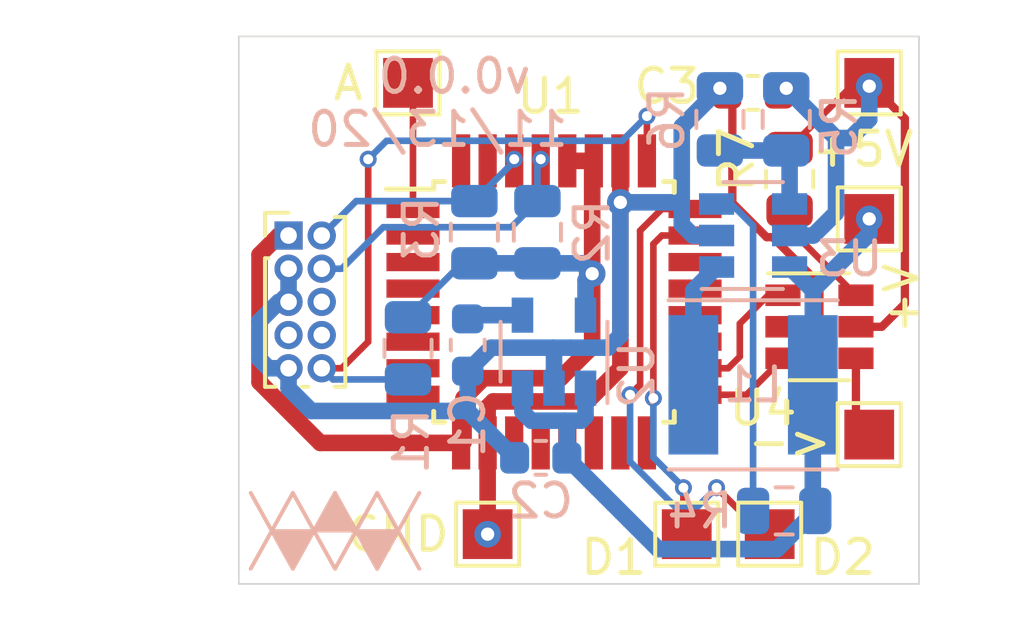
<source format=kicad_pcb>
(kicad_pcb (version 20171130) (host pcbnew "(5.1.6)-1")

  (general
    (thickness 1.6)
    (drawings 13)
    (tracks 176)
    (zones 0)
    (modules 24)
    (nets 19)
  )

  (page A4)
  (layers
    (0 F.Cu signal)
    (31 B.Cu signal)
    (32 B.Adhes user)
    (33 F.Adhes user)
    (34 B.Paste user)
    (35 F.Paste user)
    (36 B.SilkS user)
    (37 F.SilkS user)
    (38 B.Mask user)
    (39 F.Mask user)
    (40 Dwgs.User user)
    (41 Cmts.User user)
    (42 Eco1.User user)
    (43 Eco2.User user)
    (44 Edge.Cuts user)
    (45 Margin user)
    (46 B.CrtYd user)
    (47 F.CrtYd user)
    (48 B.Fab user)
    (49 F.Fab user)
  )

  (setup
    (last_trace_width 0.2)
    (user_trace_width 0.2)
    (user_trace_width 0.5)
    (trace_clearance 0.2)
    (zone_clearance 0.508)
    (zone_45_only no)
    (trace_min 0.2)
    (via_size 0.8)
    (via_drill 0.4)
    (via_min_size 0.4)
    (via_min_drill 0.3)
    (user_via 0.51 0.3)
    (uvia_size 0.3)
    (uvia_drill 0.1)
    (uvias_allowed no)
    (uvia_min_size 0.2)
    (uvia_min_drill 0.1)
    (edge_width 0.05)
    (segment_width 0.2)
    (pcb_text_width 0.3)
    (pcb_text_size 1.5 1.5)
    (mod_edge_width 0.12)
    (mod_text_size 1 1)
    (mod_text_width 0.15)
    (pad_size 1.524 1.524)
    (pad_drill 0.762)
    (pad_to_mask_clearance 0.05)
    (aux_axis_origin 0 0)
    (visible_elements 7FFFFFFF)
    (pcbplotparams
      (layerselection 0x010fc_ffffffff)
      (usegerberextensions false)
      (usegerberattributes true)
      (usegerberadvancedattributes true)
      (creategerberjobfile true)
      (excludeedgelayer true)
      (linewidth 0.100000)
      (plotframeref false)
      (viasonmask false)
      (mode 1)
      (useauxorigin false)
      (hpglpennumber 1)
      (hpglpenspeed 20)
      (hpglpendiameter 15.000000)
      (psnegative false)
      (psa4output false)
      (plotreference true)
      (plotvalue true)
      (plotinvisibletext false)
      (padsonsilk false)
      (subtractmaskfromsilk false)
      (outputformat 1)
      (mirror false)
      (drillshape 1)
      (scaleselection 1)
      (outputdirectory ""))
  )

  (net 0 "")
  (net 1 GND)
  (net 2 "Net-(C1-Pad1)")
  (net 3 +V)
  (net 4 DOUT)
  (net 5 RESET)
  (net 6 SWCLK)
  (net 7 SWDIO)
  (net 8 +3.3V)
  (net 9 D1)
  (net 10 D2)
  (net 11 A1)
  (net 12 +5V)
  (net 13 "Net-(L1-Pad2)")
  (net 14 "Net-(R4-Pad2)")
  (net 15 "Net-(R5-Pad2)")
  (net 16 "Net-(R7-Pad2)")
  (net 17 SCK)
  (net 18 MOSI)

  (net_class Default "This is the default net class."
    (clearance 0.2)
    (trace_width 0.25)
    (via_dia 0.8)
    (via_drill 0.4)
    (uvia_dia 0.3)
    (uvia_drill 0.1)
    (add_net +3.3V)
    (add_net +5V)
    (add_net +V)
    (add_net A1)
    (add_net D1)
    (add_net D2)
    (add_net DOUT)
    (add_net GND)
    (add_net MOSI)
    (add_net "Net-(C1-Pad1)")
    (add_net "Net-(L1-Pad2)")
    (add_net "Net-(R4-Pad2)")
    (add_net "Net-(R5-Pad2)")
    (add_net "Net-(R7-Pad2)")
    (add_net RESET)
    (add_net SCK)
    (add_net SWCLK)
    (add_net SWDIO)
  )

  (module Symbol:Logo_WM (layer B.Cu) (tedit 5EA02B73) (tstamp 5FAF5983)
    (at 132.9 101.9 180)
    (fp_text reference REF** (at 0 2.286 180) (layer B.SilkS) hide
      (effects (font (size 1 1) (thickness 0.15)) (justify mirror))
    )
    (fp_text value Logo_WM (at 0 -2.032 180) (layer B.Fab)
      (effects (font (size 1 1) (thickness 0.15)) (justify mirror))
    )
    (fp_line (start 0 1.143) (end -0.635 0) (layer B.SilkS) (width 0.12))
    (fp_line (start -0.635 0) (end 0 -1.143) (layer B.SilkS) (width 0.12))
    (fp_line (start 0 -1.143) (end 0.635 0) (layer B.SilkS) (width 0.12))
    (fp_line (start 0.635 0) (end 0 1.143) (layer B.SilkS) (width 0.12))
    (fp_line (start 1.905 0) (end 1.27 1.143) (layer B.SilkS) (width 0.12))
    (fp_line (start 1.27 -1.143) (end 1.905 0) (layer B.SilkS) (width 0.12))
    (fp_line (start 0.635 0) (end 1.27 -1.143) (layer B.SilkS) (width 0.12))
    (fp_line (start 1.27 1.143) (end 0.635 0) (layer B.SilkS) (width 0.12))
    (fp_line (start -1.27 -1.143) (end -0.635 0) (layer B.SilkS) (width 0.12))
    (fp_line (start -1.27 1.143) (end -1.905 0) (layer B.SilkS) (width 0.12))
    (fp_line (start -1.905 0) (end -1.27 -1.143) (layer B.SilkS) (width 0.12))
    (fp_line (start -0.635 0) (end -1.27 1.143) (layer B.SilkS) (width 0.12))
    (fp_line (start -1.905 0) (end -2.54 1.143) (layer B.SilkS) (width 0.12))
    (fp_line (start -2.54 -1.143) (end -1.905 0) (layer B.SilkS) (width 0.12))
    (fp_line (start 2.54 1.143) (end 1.905 0) (layer B.SilkS) (width 0.12))
    (fp_line (start 1.905 0) (end 2.54 -1.143) (layer B.SilkS) (width 0.12))
    (fp_poly (pts (xy -1.905 0) (xy -0.635 0) (xy -1.27 -1.143)) (layer B.SilkS) (width 0.1))
    (fp_poly (pts (xy -0.635 0) (xy 0.635 0) (xy 0 1.143)) (layer B.SilkS) (width 0.1))
    (fp_poly (pts (xy 0.635 0) (xy 1.905 0) (xy 1.27 -1.143)) (layer B.SilkS) (width 0.1))
  )

  (module Package_TO_SOT_SMD:SOT-23-6 (layer F.Cu) (tedit 5A02FF57) (tstamp 5FAF46D2)
    (at 147.5 95.75)
    (descr "6-pin SOT-23 package")
    (tags SOT-23-6)
    (path /5FB0901B)
    (attr smd)
    (fp_text reference U4 (at -1.7 2.45) (layer F.SilkS)
      (effects (font (size 1 1) (thickness 0.15)))
    )
    (fp_text value ATtiny10-TS (at 0 2.9) (layer F.Fab)
      (effects (font (size 1 1) (thickness 0.15)))
    )
    (fp_line (start 0.9 -1.55) (end 0.9 1.55) (layer F.Fab) (width 0.1))
    (fp_line (start 0.9 1.55) (end -0.9 1.55) (layer F.Fab) (width 0.1))
    (fp_line (start -0.9 -0.9) (end -0.9 1.55) (layer F.Fab) (width 0.1))
    (fp_line (start 0.9 -1.55) (end -0.25 -1.55) (layer F.Fab) (width 0.1))
    (fp_line (start -0.9 -0.9) (end -0.25 -1.55) (layer F.Fab) (width 0.1))
    (fp_line (start -1.9 -1.8) (end -1.9 1.8) (layer F.CrtYd) (width 0.05))
    (fp_line (start -1.9 1.8) (end 1.9 1.8) (layer F.CrtYd) (width 0.05))
    (fp_line (start 1.9 1.8) (end 1.9 -1.8) (layer F.CrtYd) (width 0.05))
    (fp_line (start 1.9 -1.8) (end -1.9 -1.8) (layer F.CrtYd) (width 0.05))
    (fp_line (start 0.9 -1.61) (end -1.55 -1.61) (layer F.SilkS) (width 0.12))
    (fp_line (start -0.9 1.61) (end 0.9 1.61) (layer F.SilkS) (width 0.12))
    (fp_text user %R (at 0 0 90) (layer F.Fab)
      (effects (font (size 0.5 0.5) (thickness 0.075)))
    )
    (pad 5 smd rect (at 1.1 0) (size 1.06 0.65) (layers F.Cu F.Paste F.Mask)
      (net 12 +5V))
    (pad 6 smd rect (at 1.1 -0.95) (size 1.06 0.65) (layers F.Cu F.Paste F.Mask)
      (net 16 "Net-(R7-Pad2)"))
    (pad 4 smd rect (at 1.1 0.95) (size 1.06 0.65) (layers F.Cu F.Paste F.Mask)
      (net 4 DOUT))
    (pad 3 smd rect (at -1.1 0.95) (size 1.06 0.65) (layers F.Cu F.Paste F.Mask)
      (net 18 MOSI))
    (pad 2 smd rect (at -1.1 0) (size 1.06 0.65) (layers F.Cu F.Paste F.Mask)
      (net 1 GND))
    (pad 1 smd rect (at -1.1 -0.95) (size 1.06 0.65) (layers F.Cu F.Paste F.Mask)
      (net 17 SCK))
    (model ${KISYS3DMOD}/Package_TO_SOT_SMD.3dshapes/SOT-23-6.wrl
      (at (xyz 0 0 0))
      (scale (xyz 1 1 1))
      (rotate (xyz 0 0 0))
    )
  )

  (module Resistor_SMD:R_0805_2012Metric (layer F.Cu) (tedit 5B36C52B) (tstamp 5FAF45FE)
    (at 146.6 91.3 270)
    (descr "Resistor SMD 0805 (2012 Metric), square (rectangular) end terminal, IPC_7351 nominal, (Body size source: https://docs.google.com/spreadsheets/d/1BsfQQcO9C6DZCsRaXUlFlo91Tg2WpOkGARC1WS5S8t0/edit?usp=sharing), generated with kicad-footprint-generator")
    (tags resistor)
    (path /5FB0D6BE)
    (attr smd)
    (fp_text reference R7 (at -0.6 1.6 270) (layer F.SilkS)
      (effects (font (size 1 1) (thickness 0.15)))
    )
    (fp_text value 10kR (at 0 1.65 270) (layer F.Fab)
      (effects (font (size 1 1) (thickness 0.15)))
    )
    (fp_line (start 1.68 0.95) (end -1.68 0.95) (layer F.CrtYd) (width 0.05))
    (fp_line (start 1.68 -0.95) (end 1.68 0.95) (layer F.CrtYd) (width 0.05))
    (fp_line (start -1.68 -0.95) (end 1.68 -0.95) (layer F.CrtYd) (width 0.05))
    (fp_line (start -1.68 0.95) (end -1.68 -0.95) (layer F.CrtYd) (width 0.05))
    (fp_line (start -0.258578 0.71) (end 0.258578 0.71) (layer F.SilkS) (width 0.12))
    (fp_line (start -0.258578 -0.71) (end 0.258578 -0.71) (layer F.SilkS) (width 0.12))
    (fp_line (start 1 0.6) (end -1 0.6) (layer F.Fab) (width 0.1))
    (fp_line (start 1 -0.6) (end 1 0.6) (layer F.Fab) (width 0.1))
    (fp_line (start -1 -0.6) (end 1 -0.6) (layer F.Fab) (width 0.1))
    (fp_line (start -1 0.6) (end -1 -0.6) (layer F.Fab) (width 0.1))
    (fp_text user %R (at 0 0 270) (layer F.Fab)
      (effects (font (size 0.5 0.5) (thickness 0.08)))
    )
    (pad 2 smd roundrect (at 0.9375 0 270) (size 0.975 1.4) (layers F.Cu F.Paste F.Mask) (roundrect_rratio 0.25)
      (net 16 "Net-(R7-Pad2)"))
    (pad 1 smd roundrect (at -0.9375 0 270) (size 0.975 1.4) (layers F.Cu F.Paste F.Mask) (roundrect_rratio 0.25)
      (net 12 +5V))
    (model ${KISYS3DMOD}/Resistor_SMD.3dshapes/R_0805_2012Metric.wrl
      (at (xyz 0 0 0))
      (scale (xyz 1 1 1))
      (rotate (xyz 0 0 0))
    )
  )

  (module Resistor_SMD:R_0805_2012Metric (layer B.Cu) (tedit 5B36C52B) (tstamp 5FAC523D)
    (at 146.4375 101.3 180)
    (descr "Resistor SMD 0805 (2012 Metric), square (rectangular) end terminal, IPC_7351 nominal, (Body size source: https://docs.google.com/spreadsheets/d/1BsfQQcO9C6DZCsRaXUlFlo91Tg2WpOkGARC1WS5S8t0/edit?usp=sharing), generated with kicad-footprint-generator")
    (tags resistor)
    (path /5FAC3AAB)
    (attr smd)
    (fp_text reference R4 (at 2.5375 0) (layer B.SilkS)
      (effects (font (size 1 1) (thickness 0.15)) (justify mirror))
    )
    (fp_text value 10kR (at 0 -1.65) (layer B.Fab)
      (effects (font (size 1 1) (thickness 0.15)) (justify mirror))
    )
    (fp_line (start 1.68 -0.95) (end -1.68 -0.95) (layer B.CrtYd) (width 0.05))
    (fp_line (start 1.68 0.95) (end 1.68 -0.95) (layer B.CrtYd) (width 0.05))
    (fp_line (start -1.68 0.95) (end 1.68 0.95) (layer B.CrtYd) (width 0.05))
    (fp_line (start -1.68 -0.95) (end -1.68 0.95) (layer B.CrtYd) (width 0.05))
    (fp_line (start -0.258578 -0.71) (end 0.258578 -0.71) (layer B.SilkS) (width 0.12))
    (fp_line (start -0.258578 0.71) (end 0.258578 0.71) (layer B.SilkS) (width 0.12))
    (fp_line (start 1 -0.6) (end -1 -0.6) (layer B.Fab) (width 0.1))
    (fp_line (start 1 0.6) (end 1 -0.6) (layer B.Fab) (width 0.1))
    (fp_line (start -1 0.6) (end 1 0.6) (layer B.Fab) (width 0.1))
    (fp_line (start -1 -0.6) (end -1 0.6) (layer B.Fab) (width 0.1))
    (fp_text user %R (at 0 0) (layer B.Fab)
      (effects (font (size 0.5 0.5) (thickness 0.08)) (justify mirror))
    )
    (pad 2 smd roundrect (at 0.9375 0 180) (size 0.975 1.4) (layers B.Cu B.Paste B.Mask) (roundrect_rratio 0.25)
      (net 14 "Net-(R4-Pad2)"))
    (pad 1 smd roundrect (at -0.9375 0 180) (size 0.975 1.4) (layers B.Cu B.Paste B.Mask) (roundrect_rratio 0.25)
      (net 3 +V))
    (model ${KISYS3DMOD}/Resistor_SMD.3dshapes/R_0805_2012Metric.wrl
      (at (xyz 0 0 0))
      (scale (xyz 1 1 1))
      (rotate (xyz 0 0 0))
    )
  )

  (module Package_TO_SOT_SMD:SOT-23-6 (layer B.Cu) (tedit 5A02FF57) (tstamp 5FAC52C1)
    (at 145.5 93)
    (descr "6-pin SOT-23 package")
    (tags SOT-23-6)
    (path /5FAC22FB)
    (attr smd)
    (fp_text reference U3 (at 2.9 0.7) (layer B.SilkS)
      (effects (font (size 1 1) (thickness 0.15)) (justify mirror))
    )
    (fp_text value MCP1640CH (at 0 -2.9) (layer B.Fab)
      (effects (font (size 1 1) (thickness 0.15)) (justify mirror))
    )
    (fp_line (start 0.9 1.55) (end 0.9 -1.55) (layer B.Fab) (width 0.1))
    (fp_line (start 0.9 -1.55) (end -0.9 -1.55) (layer B.Fab) (width 0.1))
    (fp_line (start -0.9 0.9) (end -0.9 -1.55) (layer B.Fab) (width 0.1))
    (fp_line (start 0.9 1.55) (end -0.25 1.55) (layer B.Fab) (width 0.1))
    (fp_line (start -0.9 0.9) (end -0.25 1.55) (layer B.Fab) (width 0.1))
    (fp_line (start -1.9 1.8) (end -1.9 -1.8) (layer B.CrtYd) (width 0.05))
    (fp_line (start -1.9 -1.8) (end 1.9 -1.8) (layer B.CrtYd) (width 0.05))
    (fp_line (start 1.9 -1.8) (end 1.9 1.8) (layer B.CrtYd) (width 0.05))
    (fp_line (start 1.9 1.8) (end -1.9 1.8) (layer B.CrtYd) (width 0.05))
    (fp_line (start 0.9 1.61) (end -1.55 1.61) (layer B.SilkS) (width 0.12))
    (fp_line (start -0.9 -1.61) (end 0.9 -1.61) (layer B.SilkS) (width 0.12))
    (fp_text user %R (at 0 0 270) (layer B.Fab)
      (effects (font (size 0.5 0.5) (thickness 0.075)) (justify mirror))
    )
    (pad 5 smd rect (at 1.1 0) (size 1.06 0.65) (layers B.Cu B.Paste B.Mask)
      (net 12 +5V))
    (pad 6 smd rect (at 1.1 0.95) (size 1.06 0.65) (layers B.Cu B.Paste B.Mask)
      (net 3 +V))
    (pad 4 smd rect (at 1.1 -0.95) (size 1.06 0.65) (layers B.Cu B.Paste B.Mask)
      (net 15 "Net-(R5-Pad2)"))
    (pad 3 smd rect (at -1.1 -0.95) (size 1.06 0.65) (layers B.Cu B.Paste B.Mask)
      (net 14 "Net-(R4-Pad2)"))
    (pad 2 smd rect (at -1.1 0) (size 1.06 0.65) (layers B.Cu B.Paste B.Mask)
      (net 1 GND))
    (pad 1 smd rect (at -1.1 0.95) (size 1.06 0.65) (layers B.Cu B.Paste B.Mask)
      (net 13 "Net-(L1-Pad2)"))
    (model ${KISYS3DMOD}/Package_TO_SOT_SMD.3dshapes/SOT-23-6.wrl
      (at (xyz 0 0 0))
      (scale (xyz 1 1 1))
      (rotate (xyz 0 0 0))
    )
  )

  (module Package_TO_SOT_SMD:SOT-23-5 (layer B.Cu) (tedit 5A02FF57) (tstamp 5FAC52AB)
    (at 139.5 96.5 90)
    (descr "5-pin SOT23 package")
    (tags SOT-23-5)
    (path /5FAC66A7)
    (attr smd)
    (fp_text reference U2 (at -0.7 2.5 90) (layer B.SilkS)
      (effects (font (size 1 1) (thickness 0.15)) (justify mirror))
    )
    (fp_text value TC2014-3.3VxCTTR (at 0 -2.9 90) (layer B.Fab)
      (effects (font (size 1 1) (thickness 0.15)) (justify mirror))
    )
    (fp_line (start 0.9 1.55) (end 0.9 -1.55) (layer B.Fab) (width 0.1))
    (fp_line (start 0.9 -1.55) (end -0.9 -1.55) (layer B.Fab) (width 0.1))
    (fp_line (start -0.9 0.9) (end -0.9 -1.55) (layer B.Fab) (width 0.1))
    (fp_line (start 0.9 1.55) (end -0.25 1.55) (layer B.Fab) (width 0.1))
    (fp_line (start -0.9 0.9) (end -0.25 1.55) (layer B.Fab) (width 0.1))
    (fp_line (start -1.9 -1.8) (end -1.9 1.8) (layer B.CrtYd) (width 0.05))
    (fp_line (start 1.9 -1.8) (end -1.9 -1.8) (layer B.CrtYd) (width 0.05))
    (fp_line (start 1.9 1.8) (end 1.9 -1.8) (layer B.CrtYd) (width 0.05))
    (fp_line (start -1.9 1.8) (end 1.9 1.8) (layer B.CrtYd) (width 0.05))
    (fp_line (start 0.9 1.61) (end -1.55 1.61) (layer B.SilkS) (width 0.12))
    (fp_line (start -0.9 -1.61) (end 0.9 -1.61) (layer B.SilkS) (width 0.12))
    (fp_text user %R (at 0 0 180) (layer B.Fab)
      (effects (font (size 0.5 0.5) (thickness 0.075)) (justify mirror))
    )
    (pad 5 smd rect (at 1.1 0.95 90) (size 1.06 0.65) (layers B.Cu B.Paste B.Mask)
      (net 8 +3.3V))
    (pad 4 smd rect (at 1.1 -0.95 90) (size 1.06 0.65) (layers B.Cu B.Paste B.Mask)
      (net 2 "Net-(C1-Pad1)"))
    (pad 3 smd rect (at -1.1 -0.95 90) (size 1.06 0.65) (layers B.Cu B.Paste B.Mask)
      (net 3 +V))
    (pad 2 smd rect (at -1.1 0 90) (size 1.06 0.65) (layers B.Cu B.Paste B.Mask)
      (net 1 GND))
    (pad 1 smd rect (at -1.1 0.95 90) (size 1.06 0.65) (layers B.Cu B.Paste B.Mask)
      (net 3 +V))
    (model ${KISYS3DMOD}/Package_TO_SOT_SMD.3dshapes/SOT-23-5.wrl
      (at (xyz 0 0 0))
      (scale (xyz 1 1 1))
      (rotate (xyz 0 0 0))
    )
  )

  (module Package_QFP:TQFP-32_7x7mm_P0.8mm (layer F.Cu) (tedit 5A02F146) (tstamp 5FAC5296)
    (at 139.5 95)
    (descr "32-Lead Plastic Thin Quad Flatpack (PT) - 7x7x1.0 mm Body, 2.00 mm [TQFP] (see Microchip Packaging Specification 00000049BS.pdf)")
    (tags "QFP 0.8")
    (path /5FAB5DC7)
    (attr smd)
    (fp_text reference U1 (at -0.1 -6.2) (layer F.SilkS)
      (effects (font (size 1 1) (thickness 0.15)))
    )
    (fp_text value ATSAMD21E15L-A (at 0 6.05) (layer F.Fab)
      (effects (font (size 1 1) (thickness 0.15)))
    )
    (fp_line (start -3.625 -3.4) (end -5.05 -3.4) (layer F.SilkS) (width 0.15))
    (fp_line (start 3.625 -3.625) (end 3.3 -3.625) (layer F.SilkS) (width 0.15))
    (fp_line (start 3.625 3.625) (end 3.3 3.625) (layer F.SilkS) (width 0.15))
    (fp_line (start -3.625 3.625) (end -3.3 3.625) (layer F.SilkS) (width 0.15))
    (fp_line (start -3.625 -3.625) (end -3.3 -3.625) (layer F.SilkS) (width 0.15))
    (fp_line (start -3.625 3.625) (end -3.625 3.3) (layer F.SilkS) (width 0.15))
    (fp_line (start 3.625 3.625) (end 3.625 3.3) (layer F.SilkS) (width 0.15))
    (fp_line (start 3.625 -3.625) (end 3.625 -3.3) (layer F.SilkS) (width 0.15))
    (fp_line (start -3.625 -3.625) (end -3.625 -3.4) (layer F.SilkS) (width 0.15))
    (fp_line (start -5.3 5.3) (end 5.3 5.3) (layer F.CrtYd) (width 0.05))
    (fp_line (start -5.3 -5.3) (end 5.3 -5.3) (layer F.CrtYd) (width 0.05))
    (fp_line (start 5.3 -5.3) (end 5.3 5.3) (layer F.CrtYd) (width 0.05))
    (fp_line (start -5.3 -5.3) (end -5.3 5.3) (layer F.CrtYd) (width 0.05))
    (fp_line (start -3.5 -2.5) (end -2.5 -3.5) (layer F.Fab) (width 0.15))
    (fp_line (start -3.5 3.5) (end -3.5 -2.5) (layer F.Fab) (width 0.15))
    (fp_line (start 3.5 3.5) (end -3.5 3.5) (layer F.Fab) (width 0.15))
    (fp_line (start 3.5 -3.5) (end 3.5 3.5) (layer F.Fab) (width 0.15))
    (fp_line (start -2.5 -3.5) (end 3.5 -3.5) (layer F.Fab) (width 0.15))
    (fp_text user %R (at 0 0) (layer F.Fab)
      (effects (font (size 1 1) (thickness 0.15)))
    )
    (pad 32 smd rect (at -2.8 -4.25 90) (size 1.6 0.55) (layers F.Cu F.Paste F.Mask))
    (pad 31 smd rect (at -2 -4.25 90) (size 1.6 0.55) (layers F.Cu F.Paste F.Mask))
    (pad 30 smd rect (at -1.2 -4.25 90) (size 1.6 0.55) (layers F.Cu F.Paste F.Mask)
      (net 7 SWDIO))
    (pad 29 smd rect (at -0.4 -4.25 90) (size 1.6 0.55) (layers F.Cu F.Paste F.Mask)
      (net 6 SWCLK))
    (pad 28 smd rect (at 0.4 -4.25 90) (size 1.6 0.55) (layers F.Cu F.Paste F.Mask)
      (net 8 +3.3V))
    (pad 27 smd rect (at 1.2 -4.25 90) (size 1.6 0.55) (layers F.Cu F.Paste F.Mask)
      (net 8 +3.3V))
    (pad 26 smd rect (at 2 -4.25 90) (size 1.6 0.55) (layers F.Cu F.Paste F.Mask)
      (net 1 GND))
    (pad 25 smd rect (at 2.8 -4.25 90) (size 1.6 0.55) (layers F.Cu F.Paste F.Mask)
      (net 5 RESET))
    (pad 24 smd rect (at 4.25 -2.8) (size 1.6 0.55) (layers F.Cu F.Paste F.Mask)
      (net 9 D1))
    (pad 23 smd rect (at 4.25 -2) (size 1.6 0.55) (layers F.Cu F.Paste F.Mask)
      (net 10 D2))
    (pad 22 smd rect (at 4.25 -1.2) (size 1.6 0.55) (layers F.Cu F.Paste F.Mask))
    (pad 21 smd rect (at 4.25 -0.4) (size 1.6 0.55) (layers F.Cu F.Paste F.Mask))
    (pad 20 smd rect (at 4.25 0.4) (size 1.6 0.55) (layers F.Cu F.Paste F.Mask))
    (pad 19 smd rect (at 4.25 1.2) (size 1.6 0.55) (layers F.Cu F.Paste F.Mask))
    (pad 18 smd rect (at 4.25 2) (size 1.6 0.55) (layers F.Cu F.Paste F.Mask)
      (net 17 SCK))
    (pad 17 smd rect (at 4.25 2.8) (size 1.6 0.55) (layers F.Cu F.Paste F.Mask)
      (net 18 MOSI))
    (pad 16 smd rect (at 2.8 4.25 90) (size 1.6 0.55) (layers F.Cu F.Paste F.Mask))
    (pad 15 smd rect (at 2 4.25 90) (size 1.6 0.55) (layers F.Cu F.Paste F.Mask))
    (pad 14 smd rect (at 1.2 4.25 90) (size 1.6 0.55) (layers F.Cu F.Paste F.Mask))
    (pad 13 smd rect (at 0.4 4.25 90) (size 1.6 0.55) (layers F.Cu F.Paste F.Mask))
    (pad 12 smd rect (at -0.4 4.25 90) (size 1.6 0.55) (layers F.Cu F.Paste F.Mask))
    (pad 11 smd rect (at -1.2 4.25 90) (size 1.6 0.55) (layers F.Cu F.Paste F.Mask))
    (pad 10 smd rect (at -2 4.25 90) (size 1.6 0.55) (layers F.Cu F.Paste F.Mask)
      (net 1 GND))
    (pad 9 smd rect (at -2.8 4.25 90) (size 1.6 0.55) (layers F.Cu F.Paste F.Mask)
      (net 8 +3.3V))
    (pad 8 smd rect (at -4.25 2.8) (size 1.6 0.55) (layers F.Cu F.Paste F.Mask))
    (pad 7 smd rect (at -4.25 2) (size 1.6 0.55) (layers F.Cu F.Paste F.Mask))
    (pad 6 smd rect (at -4.25 1.2) (size 1.6 0.55) (layers F.Cu F.Paste F.Mask))
    (pad 5 smd rect (at -4.25 0.4) (size 1.6 0.55) (layers F.Cu F.Paste F.Mask))
    (pad 4 smd rect (at -4.25 -0.4) (size 1.6 0.55) (layers F.Cu F.Paste F.Mask))
    (pad 3 smd rect (at -4.25 -1.2) (size 1.6 0.55) (layers F.Cu F.Paste F.Mask))
    (pad 2 smd rect (at -4.25 -2) (size 1.6 0.55) (layers F.Cu F.Paste F.Mask))
    (pad 1 smd rect (at -4.25 -2.8) (size 1.6 0.55) (layers F.Cu F.Paste F.Mask)
      (net 11 A1))
    (model ${KISYS3DMOD}/Package_QFP.3dshapes/TQFP-32_7x7mm_P0.8mm.wrl
      (at (xyz 0 0 0))
      (scale (xyz 1 1 1))
      (rotate (xyz 0 0 0))
    )
  )

  (module Resistor_SMD:R_0805_2012Metric (layer B.Cu) (tedit 5B36C52B) (tstamp 5FAC525F)
    (at 144.5 89.5 90)
    (descr "Resistor SMD 0805 (2012 Metric), square (rectangular) end terminal, IPC_7351 nominal, (Body size source: https://docs.google.com/spreadsheets/d/1BsfQQcO9C6DZCsRaXUlFlo91Tg2WpOkGARC1WS5S8t0/edit?usp=sharing), generated with kicad-footprint-generator")
    (tags resistor)
    (path /5FAC4AFB)
    (attr smd)
    (fp_text reference R6 (at 0 -1.6 90) (layer B.SilkS)
      (effects (font (size 1 1) (thickness 0.15)) (justify mirror))
    )
    (fp_text value 309kR (at 0 -1.65 90) (layer B.Fab)
      (effects (font (size 1 1) (thickness 0.15)) (justify mirror))
    )
    (fp_line (start 1.68 -0.95) (end -1.68 -0.95) (layer B.CrtYd) (width 0.05))
    (fp_line (start 1.68 0.95) (end 1.68 -0.95) (layer B.CrtYd) (width 0.05))
    (fp_line (start -1.68 0.95) (end 1.68 0.95) (layer B.CrtYd) (width 0.05))
    (fp_line (start -1.68 -0.95) (end -1.68 0.95) (layer B.CrtYd) (width 0.05))
    (fp_line (start -0.258578 -0.71) (end 0.258578 -0.71) (layer B.SilkS) (width 0.12))
    (fp_line (start -0.258578 0.71) (end 0.258578 0.71) (layer B.SilkS) (width 0.12))
    (fp_line (start 1 -0.6) (end -1 -0.6) (layer B.Fab) (width 0.1))
    (fp_line (start 1 0.6) (end 1 -0.6) (layer B.Fab) (width 0.1))
    (fp_line (start -1 0.6) (end 1 0.6) (layer B.Fab) (width 0.1))
    (fp_line (start -1 -0.6) (end -1 0.6) (layer B.Fab) (width 0.1))
    (fp_text user %R (at 0 0 90) (layer B.Fab)
      (effects (font (size 0.5 0.5) (thickness 0.08)) (justify mirror))
    )
    (pad 2 smd roundrect (at 0.9375 0 90) (size 0.975 1.4) (layers B.Cu B.Paste B.Mask) (roundrect_rratio 0.25)
      (net 1 GND))
    (pad 1 smd roundrect (at -0.9375 0 90) (size 0.975 1.4) (layers B.Cu B.Paste B.Mask) (roundrect_rratio 0.25)
      (net 15 "Net-(R5-Pad2)"))
    (model ${KISYS3DMOD}/Resistor_SMD.3dshapes/R_0805_2012Metric.wrl
      (at (xyz 0 0 0))
      (scale (xyz 1 1 1))
      (rotate (xyz 0 0 0))
    )
  )

  (module Resistor_SMD:R_0805_2012Metric (layer B.Cu) (tedit 5B36C52B) (tstamp 5FAC524E)
    (at 146.5 89.5 270)
    (descr "Resistor SMD 0805 (2012 Metric), square (rectangular) end terminal, IPC_7351 nominal, (Body size source: https://docs.google.com/spreadsheets/d/1BsfQQcO9C6DZCsRaXUlFlo91Tg2WpOkGARC1WS5S8t0/edit?usp=sharing), generated with kicad-footprint-generator")
    (tags resistor)
    (path /5FAC3F40)
    (attr smd)
    (fp_text reference R5 (at 0.2 -1.6 90) (layer B.SilkS)
      (effects (font (size 1 1) (thickness 0.15)) (justify mirror))
    )
    (fp_text value 976kR (at 0 -1.65 90) (layer B.Fab)
      (effects (font (size 1 1) (thickness 0.15)) (justify mirror))
    )
    (fp_line (start 1.68 -0.95) (end -1.68 -0.95) (layer B.CrtYd) (width 0.05))
    (fp_line (start 1.68 0.95) (end 1.68 -0.95) (layer B.CrtYd) (width 0.05))
    (fp_line (start -1.68 0.95) (end 1.68 0.95) (layer B.CrtYd) (width 0.05))
    (fp_line (start -1.68 -0.95) (end -1.68 0.95) (layer B.CrtYd) (width 0.05))
    (fp_line (start -0.258578 -0.71) (end 0.258578 -0.71) (layer B.SilkS) (width 0.12))
    (fp_line (start -0.258578 0.71) (end 0.258578 0.71) (layer B.SilkS) (width 0.12))
    (fp_line (start 1 -0.6) (end -1 -0.6) (layer B.Fab) (width 0.1))
    (fp_line (start 1 0.6) (end 1 -0.6) (layer B.Fab) (width 0.1))
    (fp_line (start -1 0.6) (end 1 0.6) (layer B.Fab) (width 0.1))
    (fp_line (start -1 -0.6) (end -1 0.6) (layer B.Fab) (width 0.1))
    (fp_text user %R (at 0 0 90) (layer B.Fab)
      (effects (font (size 0.5 0.5) (thickness 0.08)) (justify mirror))
    )
    (pad 2 smd roundrect (at 0.9375 0 270) (size 0.975 1.4) (layers B.Cu B.Paste B.Mask) (roundrect_rratio 0.25)
      (net 15 "Net-(R5-Pad2)"))
    (pad 1 smd roundrect (at -0.9375 0 270) (size 0.975 1.4) (layers B.Cu B.Paste B.Mask) (roundrect_rratio 0.25)
      (net 12 +5V))
    (model ${KISYS3DMOD}/Resistor_SMD.3dshapes/R_0805_2012Metric.wrl
      (at (xyz 0 0 0))
      (scale (xyz 1 1 1))
      (rotate (xyz 0 0 0))
    )
  )

  (module Resistor_SMD:R_0805_2012Metric (layer B.Cu) (tedit 5B36C52B) (tstamp 5FAC522C)
    (at 137.1 92.9 90)
    (descr "Resistor SMD 0805 (2012 Metric), square (rectangular) end terminal, IPC_7351 nominal, (Body size source: https://docs.google.com/spreadsheets/d/1BsfQQcO9C6DZCsRaXUlFlo91Tg2WpOkGARC1WS5S8t0/edit?usp=sharing), generated with kicad-footprint-generator")
    (tags resistor)
    (path /5FABD108)
    (attr smd)
    (fp_text reference R3 (at 0.1 -1.6 270) (layer B.SilkS)
      (effects (font (size 1 1) (thickness 0.15)) (justify mirror))
    )
    (fp_text value 10kR (at 0 -1.65 270) (layer B.Fab)
      (effects (font (size 1 1) (thickness 0.15)) (justify mirror))
    )
    (fp_line (start 1.68 -0.95) (end -1.68 -0.95) (layer B.CrtYd) (width 0.05))
    (fp_line (start 1.68 0.95) (end 1.68 -0.95) (layer B.CrtYd) (width 0.05))
    (fp_line (start -1.68 0.95) (end 1.68 0.95) (layer B.CrtYd) (width 0.05))
    (fp_line (start -1.68 -0.95) (end -1.68 0.95) (layer B.CrtYd) (width 0.05))
    (fp_line (start -0.258578 -0.71) (end 0.258578 -0.71) (layer B.SilkS) (width 0.12))
    (fp_line (start -0.258578 0.71) (end 0.258578 0.71) (layer B.SilkS) (width 0.12))
    (fp_line (start 1 -0.6) (end -1 -0.6) (layer B.Fab) (width 0.1))
    (fp_line (start 1 0.6) (end 1 -0.6) (layer B.Fab) (width 0.1))
    (fp_line (start -1 0.6) (end 1 0.6) (layer B.Fab) (width 0.1))
    (fp_line (start -1 -0.6) (end -1 0.6) (layer B.Fab) (width 0.1))
    (fp_text user %R (at 0 0 270) (layer B.Fab)
      (effects (font (size 0.5 0.5) (thickness 0.08)) (justify mirror))
    )
    (pad 2 smd roundrect (at 0.9375 0 90) (size 0.975 1.4) (layers B.Cu B.Paste B.Mask) (roundrect_rratio 0.25)
      (net 7 SWDIO))
    (pad 1 smd roundrect (at -0.9375 0 90) (size 0.975 1.4) (layers B.Cu B.Paste B.Mask) (roundrect_rratio 0.25)
      (net 8 +3.3V))
    (model ${KISYS3DMOD}/Resistor_SMD.3dshapes/R_0805_2012Metric.wrl
      (at (xyz 0 0 0))
      (scale (xyz 1 1 1))
      (rotate (xyz 0 0 0))
    )
  )

  (module Resistor_SMD:R_0805_2012Metric (layer B.Cu) (tedit 5B36C52B) (tstamp 5FAC521B)
    (at 139 92.9 90)
    (descr "Resistor SMD 0805 (2012 Metric), square (rectangular) end terminal, IPC_7351 nominal, (Body size source: https://docs.google.com/spreadsheets/d/1BsfQQcO9C6DZCsRaXUlFlo91Tg2WpOkGARC1WS5S8t0/edit?usp=sharing), generated with kicad-footprint-generator")
    (tags resistor)
    (path /5FABCDF8)
    (attr smd)
    (fp_text reference R2 (at 0 1.65 270) (layer B.SilkS)
      (effects (font (size 1 1) (thickness 0.15)) (justify mirror))
    )
    (fp_text value 10kR (at 0 -1.65 270) (layer B.Fab)
      (effects (font (size 1 1) (thickness 0.15)) (justify mirror))
    )
    (fp_line (start 1.68 -0.95) (end -1.68 -0.95) (layer B.CrtYd) (width 0.05))
    (fp_line (start 1.68 0.95) (end 1.68 -0.95) (layer B.CrtYd) (width 0.05))
    (fp_line (start -1.68 0.95) (end 1.68 0.95) (layer B.CrtYd) (width 0.05))
    (fp_line (start -1.68 -0.95) (end -1.68 0.95) (layer B.CrtYd) (width 0.05))
    (fp_line (start -0.258578 -0.71) (end 0.258578 -0.71) (layer B.SilkS) (width 0.12))
    (fp_line (start -0.258578 0.71) (end 0.258578 0.71) (layer B.SilkS) (width 0.12))
    (fp_line (start 1 -0.6) (end -1 -0.6) (layer B.Fab) (width 0.1))
    (fp_line (start 1 0.6) (end 1 -0.6) (layer B.Fab) (width 0.1))
    (fp_line (start -1 0.6) (end 1 0.6) (layer B.Fab) (width 0.1))
    (fp_line (start -1 -0.6) (end -1 0.6) (layer B.Fab) (width 0.1))
    (fp_text user %R (at 0 0 270) (layer B.Fab)
      (effects (font (size 0.5 0.5) (thickness 0.08)) (justify mirror))
    )
    (pad 2 smd roundrect (at 0.9375 0 90) (size 0.975 1.4) (layers B.Cu B.Paste B.Mask) (roundrect_rratio 0.25)
      (net 6 SWCLK))
    (pad 1 smd roundrect (at -0.9375 0 90) (size 0.975 1.4) (layers B.Cu B.Paste B.Mask) (roundrect_rratio 0.25)
      (net 8 +3.3V))
    (model ${KISYS3DMOD}/Resistor_SMD.3dshapes/R_0805_2012Metric.wrl
      (at (xyz 0 0 0))
      (scale (xyz 1 1 1))
      (rotate (xyz 0 0 0))
    )
  )

  (module Resistor_SMD:R_0805_2012Metric (layer B.Cu) (tedit 5B36C52B) (tstamp 5FAC520A)
    (at 135.1 96.4 270)
    (descr "Resistor SMD 0805 (2012 Metric), square (rectangular) end terminal, IPC_7351 nominal, (Body size source: https://docs.google.com/spreadsheets/d/1BsfQQcO9C6DZCsRaXUlFlo91Tg2WpOkGARC1WS5S8t0/edit?usp=sharing), generated with kicad-footprint-generator")
    (tags resistor)
    (path /5FABB084)
    (attr smd)
    (fp_text reference R1 (at 2.8 -0.1 90) (layer B.SilkS)
      (effects (font (size 1 1) (thickness 0.15)) (justify mirror))
    )
    (fp_text value 10kR (at 0 -1.65 90) (layer B.Fab)
      (effects (font (size 1 1) (thickness 0.15)) (justify mirror))
    )
    (fp_line (start 1.68 -0.95) (end -1.68 -0.95) (layer B.CrtYd) (width 0.05))
    (fp_line (start 1.68 0.95) (end 1.68 -0.95) (layer B.CrtYd) (width 0.05))
    (fp_line (start -1.68 0.95) (end 1.68 0.95) (layer B.CrtYd) (width 0.05))
    (fp_line (start -1.68 -0.95) (end -1.68 0.95) (layer B.CrtYd) (width 0.05))
    (fp_line (start -0.258578 -0.71) (end 0.258578 -0.71) (layer B.SilkS) (width 0.12))
    (fp_line (start -0.258578 0.71) (end 0.258578 0.71) (layer B.SilkS) (width 0.12))
    (fp_line (start 1 -0.6) (end -1 -0.6) (layer B.Fab) (width 0.1))
    (fp_line (start 1 0.6) (end 1 -0.6) (layer B.Fab) (width 0.1))
    (fp_line (start -1 0.6) (end 1 0.6) (layer B.Fab) (width 0.1))
    (fp_line (start -1 -0.6) (end -1 0.6) (layer B.Fab) (width 0.1))
    (fp_text user %R (at 0 0 90) (layer B.Fab)
      (effects (font (size 0.5 0.5) (thickness 0.08)) (justify mirror))
    )
    (pad 2 smd roundrect (at 0.9375 0 270) (size 0.975 1.4) (layers B.Cu B.Paste B.Mask) (roundrect_rratio 0.25)
      (net 5 RESET))
    (pad 1 smd roundrect (at -0.9375 0 270) (size 0.975 1.4) (layers B.Cu B.Paste B.Mask) (roundrect_rratio 0.25)
      (net 8 +3.3V))
    (model ${KISYS3DMOD}/Resistor_SMD.3dshapes/R_0805_2012Metric.wrl
      (at (xyz 0 0 0))
      (scale (xyz 1 1 1))
      (rotate (xyz 0 0 0))
    )
  )

  (module Inductor_SMD:L_Taiyo-Yuden_NR-50xx (layer B.Cu) (tedit 5990349D) (tstamp 5FAC51F9)
    (at 145.5 97.5 180)
    (descr "Inductor, Taiyo Yuden, NR series, Taiyo-Yuden_NR-50xx, 4.9mmx4.9mm")
    (tags "inductor taiyo-yuden nr smd")
    (path /5FAC2D7E)
    (attr smd)
    (fp_text reference L1 (at 0 0) (layer B.SilkS)
      (effects (font (size 1 1) (thickness 0.15)) (justify mirror))
    )
    (fp_text value 10uH (at 0 -3.95) (layer B.Fab)
      (effects (font (size 1 1) (thickness 0.15)) (justify mirror))
    )
    (fp_line (start 2.8 2.75) (end -2.8 2.75) (layer B.CrtYd) (width 0.05))
    (fp_line (start 2.8 -2.75) (end 2.8 2.75) (layer B.CrtYd) (width 0.05))
    (fp_line (start -2.8 -2.75) (end 2.8 -2.75) (layer B.CrtYd) (width 0.05))
    (fp_line (start -2.8 2.75) (end -2.8 -2.75) (layer B.CrtYd) (width 0.05))
    (fp_line (start -2.55 -2.55) (end 2.55 -2.55) (layer B.SilkS) (width 0.12))
    (fp_line (start -2.55 2.55) (end 2.55 2.55) (layer B.SilkS) (width 0.12))
    (fp_line (start -1.65 -2.45) (end 0 -2.45) (layer B.Fab) (width 0.1))
    (fp_line (start -2.45 -1.65) (end -1.65 -2.45) (layer B.Fab) (width 0.1))
    (fp_line (start -2.45 0) (end -2.45 -1.65) (layer B.Fab) (width 0.1))
    (fp_line (start 1.65 -2.45) (end 0 -2.45) (layer B.Fab) (width 0.1))
    (fp_line (start 2.45 -1.65) (end 1.65 -2.45) (layer B.Fab) (width 0.1))
    (fp_line (start 2.45 0) (end 2.45 -1.65) (layer B.Fab) (width 0.1))
    (fp_line (start 1.65 2.45) (end 0 2.45) (layer B.Fab) (width 0.1))
    (fp_line (start 2.45 1.65) (end 1.65 2.45) (layer B.Fab) (width 0.1))
    (fp_line (start 2.45 0) (end 2.45 1.65) (layer B.Fab) (width 0.1))
    (fp_line (start -1.65 2.45) (end 0 2.45) (layer B.Fab) (width 0.1))
    (fp_line (start -2.45 1.65) (end -1.65 2.45) (layer B.Fab) (width 0.1))
    (fp_line (start -2.45 0) (end -2.45 1.65) (layer B.Fab) (width 0.1))
    (fp_text user %R (at 0 0) (layer B.Fab)
      (effects (font (size 1 1) (thickness 0.15)) (justify mirror))
    )
    (pad 2 smd rect (at 1.8 0 180) (size 1.5 4.2) (layers B.Cu B.Paste B.Mask)
      (net 13 "Net-(L1-Pad2)"))
    (pad 1 smd rect (at -1.8 0 180) (size 1.5 4.2) (layers B.Cu B.Paste B.Mask)
      (net 3 +V))
    (model ${KISYS3DMOD}/Inductor_SMD.3dshapes/L_Taiyo-Yuden_NR-50xx.wrl
      (at (xyz 0 0 0))
      (scale (xyz 1 1 1))
      (rotate (xyz 0 0 0))
    )
  )

  (module Connector_PinHeader_1.00mm:PinHeader_2x05_P1.00mm_Vertical (layer F.Cu) (tedit 59FED738) (tstamp 5FAC51E0)
    (at 131.5 93)
    (descr "Through hole straight pin header, 2x05, 1.00mm pitch, double rows")
    (tags "Through hole pin header THT 2x05 1.00mm double row")
    (path /5FAB92E0)
    (fp_text reference J8 (at 0.5 -1.56) (layer F.SilkS) hide
      (effects (font (size 1 1) (thickness 0.15)))
    )
    (fp_text value Conn_ARM_JTAG_SWD_10 (at 0.5 5.56) (layer F.Fab)
      (effects (font (size 1 1) (thickness 0.15)))
    )
    (fp_line (start 2.15 -1) (end -1.15 -1) (layer F.CrtYd) (width 0.05))
    (fp_line (start 2.15 5) (end 2.15 -1) (layer F.CrtYd) (width 0.05))
    (fp_line (start -1.15 5) (end 2.15 5) (layer F.CrtYd) (width 0.05))
    (fp_line (start -1.15 -1) (end -1.15 5) (layer F.CrtYd) (width 0.05))
    (fp_line (start -0.71 -0.685) (end 0 -0.685) (layer F.SilkS) (width 0.12))
    (fp_line (start -0.71 0) (end -0.71 -0.685) (layer F.SilkS) (width 0.12))
    (fp_line (start 1.394493 -0.56) (end 1.71 -0.56) (layer F.SilkS) (width 0.12))
    (fp_line (start -0.71 0.685) (end -0.608276 0.685) (layer F.SilkS) (width 0.12))
    (fp_line (start 1.71 -0.56) (end 1.71 4.56) (layer F.SilkS) (width 0.12))
    (fp_line (start -0.71 0.685) (end -0.71 4.56) (layer F.SilkS) (width 0.12))
    (fp_line (start 0.394493 4.56) (end 0.605507 4.56) (layer F.SilkS) (width 0.12))
    (fp_line (start 1.394493 4.56) (end 1.71 4.56) (layer F.SilkS) (width 0.12))
    (fp_line (start -0.71 4.56) (end -0.394493 4.56) (layer F.SilkS) (width 0.12))
    (fp_line (start -0.65 0.075) (end -0.075 -0.5) (layer F.Fab) (width 0.1))
    (fp_line (start -0.65 4.5) (end -0.65 0.075) (layer F.Fab) (width 0.1))
    (fp_line (start 1.65 4.5) (end -0.65 4.5) (layer F.Fab) (width 0.1))
    (fp_line (start 1.65 -0.5) (end 1.65 4.5) (layer F.Fab) (width 0.1))
    (fp_line (start -0.075 -0.5) (end 1.65 -0.5) (layer F.Fab) (width 0.1))
    (fp_text user %R (at 0.5 2 90) (layer F.Fab)
      (effects (font (size 1 1) (thickness 0.15)))
    )
    (pad 10 thru_hole oval (at 1 4) (size 0.85 0.85) (drill 0.5) (layers *.Cu *.Mask)
      (net 5 RESET))
    (pad 9 thru_hole oval (at 0 4) (size 0.85 0.85) (drill 0.5) (layers *.Cu *.Mask)
      (net 1 GND))
    (pad 8 thru_hole oval (at 1 3) (size 0.85 0.85) (drill 0.5) (layers *.Cu *.Mask))
    (pad 7 thru_hole oval (at 0 3) (size 0.85 0.85) (drill 0.5) (layers *.Cu *.Mask))
    (pad 6 thru_hole oval (at 1 2) (size 0.85 0.85) (drill 0.5) (layers *.Cu *.Mask))
    (pad 5 thru_hole oval (at 0 2) (size 0.85 0.85) (drill 0.5) (layers *.Cu *.Mask)
      (net 1 GND))
    (pad 4 thru_hole oval (at 1 1) (size 0.85 0.85) (drill 0.5) (layers *.Cu *.Mask)
      (net 6 SWCLK))
    (pad 3 thru_hole oval (at 0 1) (size 0.85 0.85) (drill 0.5) (layers *.Cu *.Mask)
      (net 1 GND))
    (pad 2 thru_hole oval (at 1 0) (size 0.85 0.85) (drill 0.5) (layers *.Cu *.Mask)
      (net 7 SWDIO))
    (pad 1 thru_hole rect (at 0 0) (size 0.85 0.85) (drill 0.5) (layers *.Cu *.Mask)
      (net 8 +3.3V))
    (model ${KISYS3DMOD}/Connector_PinHeader_1.00mm.3dshapes/PinHeader_2x05_P1.00mm_Vertical.wrl
      (at (xyz 0 0 0))
      (scale (xyz 1 1 1))
      (rotate (xyz 0 0 0))
    )
  )

  (module TestPoint:TestPoint_Pad_1.5x1.5mm (layer F.Cu) (tedit 5A0F774F) (tstamp 5FAC51BF)
    (at 135.1 88.4)
    (descr "SMD rectangular pad as test Point, square 1.5mm side length")
    (tags "test point SMD pad rectangle square")
    (path /5FAD3666)
    (attr virtual)
    (fp_text reference J7 (at 0 -1.648) (layer F.SilkS) hide
      (effects (font (size 1 1) (thickness 0.15)))
    )
    (fp_text value Conn_01x01 (at 0 1.75) (layer F.Fab)
      (effects (font (size 1 1) (thickness 0.15)))
    )
    (fp_line (start 1.25 1.25) (end -1.25 1.25) (layer F.CrtYd) (width 0.05))
    (fp_line (start 1.25 1.25) (end 1.25 -1.25) (layer F.CrtYd) (width 0.05))
    (fp_line (start -1.25 -1.25) (end -1.25 1.25) (layer F.CrtYd) (width 0.05))
    (fp_line (start -1.25 -1.25) (end 1.25 -1.25) (layer F.CrtYd) (width 0.05))
    (fp_line (start -0.95 0.95) (end -0.95 -0.95) (layer F.SilkS) (width 0.12))
    (fp_line (start 0.95 0.95) (end -0.95 0.95) (layer F.SilkS) (width 0.12))
    (fp_line (start 0.95 -0.95) (end 0.95 0.95) (layer F.SilkS) (width 0.12))
    (fp_line (start -0.95 -0.95) (end 0.95 -0.95) (layer F.SilkS) (width 0.12))
    (fp_text user %R (at 0 -1.65) (layer F.Fab)
      (effects (font (size 1 1) (thickness 0.15)))
    )
    (pad 1 smd rect (at 0 0) (size 1.5 1.5) (layers F.Cu F.Mask)
      (net 11 A1))
  )

  (module TestPoint:TestPoint_Pad_1.5x1.5mm (layer F.Cu) (tedit 5A0F774F) (tstamp 5FAC51B1)
    (at 143.5 102)
    (descr "SMD rectangular pad as test Point, square 1.5mm side length")
    (tags "test point SMD pad rectangle square")
    (path /5FAD3660)
    (attr virtual)
    (fp_text reference J6 (at 0 -1.648) (layer F.SilkS) hide
      (effects (font (size 1 1) (thickness 0.15)))
    )
    (fp_text value Conn_01x01 (at 0 1.75) (layer F.Fab)
      (effects (font (size 1 1) (thickness 0.15)))
    )
    (fp_line (start 1.25 1.25) (end -1.25 1.25) (layer F.CrtYd) (width 0.05))
    (fp_line (start 1.25 1.25) (end 1.25 -1.25) (layer F.CrtYd) (width 0.05))
    (fp_line (start -1.25 -1.25) (end -1.25 1.25) (layer F.CrtYd) (width 0.05))
    (fp_line (start -1.25 -1.25) (end 1.25 -1.25) (layer F.CrtYd) (width 0.05))
    (fp_line (start -0.95 0.95) (end -0.95 -0.95) (layer F.SilkS) (width 0.12))
    (fp_line (start 0.95 0.95) (end -0.95 0.95) (layer F.SilkS) (width 0.12))
    (fp_line (start 0.95 -0.95) (end 0.95 0.95) (layer F.SilkS) (width 0.12))
    (fp_line (start -0.95 -0.95) (end 0.95 -0.95) (layer F.SilkS) (width 0.12))
    (fp_text user %R (at 0 -1.65) (layer F.Fab)
      (effects (font (size 1 1) (thickness 0.15)))
    )
    (pad 1 smd rect (at 0 0) (size 1.5 1.5) (layers F.Cu F.Mask)
      (net 10 D2))
  )

  (module TestPoint:TestPoint_Pad_1.5x1.5mm (layer F.Cu) (tedit 5A0F774F) (tstamp 5FAC51A3)
    (at 146 102)
    (descr "SMD rectangular pad as test Point, square 1.5mm side length")
    (tags "test point SMD pad rectangle square")
    (path /5FAD365A)
    (attr virtual)
    (fp_text reference J5 (at 0 -1.648) (layer F.SilkS) hide
      (effects (font (size 1 1) (thickness 0.15)))
    )
    (fp_text value Conn_01x01 (at 0 1.75) (layer F.Fab)
      (effects (font (size 1 1) (thickness 0.15)))
    )
    (fp_line (start 1.25 1.25) (end -1.25 1.25) (layer F.CrtYd) (width 0.05))
    (fp_line (start 1.25 1.25) (end 1.25 -1.25) (layer F.CrtYd) (width 0.05))
    (fp_line (start -1.25 -1.25) (end -1.25 1.25) (layer F.CrtYd) (width 0.05))
    (fp_line (start -1.25 -1.25) (end 1.25 -1.25) (layer F.CrtYd) (width 0.05))
    (fp_line (start -0.95 0.95) (end -0.95 -0.95) (layer F.SilkS) (width 0.12))
    (fp_line (start 0.95 0.95) (end -0.95 0.95) (layer F.SilkS) (width 0.12))
    (fp_line (start 0.95 -0.95) (end 0.95 0.95) (layer F.SilkS) (width 0.12))
    (fp_line (start -0.95 -0.95) (end 0.95 -0.95) (layer F.SilkS) (width 0.12))
    (fp_text user %R (at 0 -1.65) (layer F.Fab)
      (effects (font (size 1 1) (thickness 0.15)))
    )
    (pad 1 smd rect (at 0 0) (size 1.5 1.5) (layers F.Cu F.Mask)
      (net 9 D1))
  )

  (module TestPoint:TestPoint_Pad_1.5x1.5mm (layer F.Cu) (tedit 5A0F774F) (tstamp 5FAC5195)
    (at 137.5 102)
    (descr "SMD rectangular pad as test Point, square 1.5mm side length")
    (tags "test point SMD pad rectangle square")
    (path /5FAB8B05)
    (attr virtual)
    (fp_text reference J4 (at 0 -1.648) (layer F.SilkS) hide
      (effects (font (size 1 1) (thickness 0.15)))
    )
    (fp_text value Conn_01x01 (at 0 1.75) (layer F.Fab)
      (effects (font (size 1 1) (thickness 0.15)))
    )
    (fp_line (start 1.25 1.25) (end -1.25 1.25) (layer F.CrtYd) (width 0.05))
    (fp_line (start 1.25 1.25) (end 1.25 -1.25) (layer F.CrtYd) (width 0.05))
    (fp_line (start -1.25 -1.25) (end -1.25 1.25) (layer F.CrtYd) (width 0.05))
    (fp_line (start -1.25 -1.25) (end 1.25 -1.25) (layer F.CrtYd) (width 0.05))
    (fp_line (start -0.95 0.95) (end -0.95 -0.95) (layer F.SilkS) (width 0.12))
    (fp_line (start 0.95 0.95) (end -0.95 0.95) (layer F.SilkS) (width 0.12))
    (fp_line (start 0.95 -0.95) (end 0.95 0.95) (layer F.SilkS) (width 0.12))
    (fp_line (start -0.95 -0.95) (end 0.95 -0.95) (layer F.SilkS) (width 0.12))
    (fp_text user %R (at 0 -1.65) (layer F.Fab)
      (effects (font (size 1 1) (thickness 0.15)))
    )
    (pad 1 smd rect (at 0 0) (size 1.5 1.5) (layers F.Cu F.Mask)
      (net 1 GND))
  )

  (module TestPoint:TestPoint_Pad_1.5x1.5mm (layer F.Cu) (tedit 5A0F774F) (tstamp 5FAC5187)
    (at 149 99)
    (descr "SMD rectangular pad as test Point, square 1.5mm side length")
    (tags "test point SMD pad rectangle square")
    (path /5FAB8747)
    (attr virtual)
    (fp_text reference J3 (at 0 -1.648) (layer F.SilkS) hide
      (effects (font (size 1 1) (thickness 0.15)))
    )
    (fp_text value Conn_01x01 (at 0 1.75) (layer F.Fab)
      (effects (font (size 1 1) (thickness 0.15)))
    )
    (fp_line (start 1.25 1.25) (end -1.25 1.25) (layer F.CrtYd) (width 0.05))
    (fp_line (start 1.25 1.25) (end 1.25 -1.25) (layer F.CrtYd) (width 0.05))
    (fp_line (start -1.25 -1.25) (end -1.25 1.25) (layer F.CrtYd) (width 0.05))
    (fp_line (start -1.25 -1.25) (end 1.25 -1.25) (layer F.CrtYd) (width 0.05))
    (fp_line (start -0.95 0.95) (end -0.95 -0.95) (layer F.SilkS) (width 0.12))
    (fp_line (start 0.95 0.95) (end -0.95 0.95) (layer F.SilkS) (width 0.12))
    (fp_line (start 0.95 -0.95) (end 0.95 0.95) (layer F.SilkS) (width 0.12))
    (fp_line (start -0.95 -0.95) (end 0.95 -0.95) (layer F.SilkS) (width 0.12))
    (fp_text user %R (at 0 -1.65) (layer F.Fab)
      (effects (font (size 1 1) (thickness 0.15)))
    )
    (pad 1 smd rect (at 0 0) (size 1.5 1.5) (layers F.Cu F.Mask)
      (net 4 DOUT))
  )

  (module TestPoint:TestPoint_Pad_1.5x1.5mm (layer F.Cu) (tedit 5A0F774F) (tstamp 5FAC5179)
    (at 149 88.4)
    (descr "SMD rectangular pad as test Point, square 1.5mm side length")
    (tags "test point SMD pad rectangle square")
    (path /5FAB798C)
    (attr virtual)
    (fp_text reference J2 (at 0 -1.648) (layer F.SilkS) hide
      (effects (font (size 1 1) (thickness 0.15)))
    )
    (fp_text value Conn_01x01 (at 0 1.75) (layer F.Fab)
      (effects (font (size 1 1) (thickness 0.15)))
    )
    (fp_line (start 1.25 1.25) (end -1.25 1.25) (layer F.CrtYd) (width 0.05))
    (fp_line (start 1.25 1.25) (end 1.25 -1.25) (layer F.CrtYd) (width 0.05))
    (fp_line (start -1.25 -1.25) (end -1.25 1.25) (layer F.CrtYd) (width 0.05))
    (fp_line (start -1.25 -1.25) (end 1.25 -1.25) (layer F.CrtYd) (width 0.05))
    (fp_line (start -0.95 0.95) (end -0.95 -0.95) (layer F.SilkS) (width 0.12))
    (fp_line (start 0.95 0.95) (end -0.95 0.95) (layer F.SilkS) (width 0.12))
    (fp_line (start 0.95 -0.95) (end 0.95 0.95) (layer F.SilkS) (width 0.12))
    (fp_line (start -0.95 -0.95) (end 0.95 -0.95) (layer F.SilkS) (width 0.12))
    (fp_text user %R (at 0 -1.65) (layer F.Fab)
      (effects (font (size 1 1) (thickness 0.15)))
    )
    (pad 1 smd rect (at 0 0) (size 1.5 1.5) (layers F.Cu F.Mask)
      (net 12 +5V))
  )

  (module TestPoint:TestPoint_Pad_1.5x1.5mm (layer F.Cu) (tedit 5A0F774F) (tstamp 5FAC516B)
    (at 149 92.5)
    (descr "SMD rectangular pad as test Point, square 1.5mm side length")
    (tags "test point SMD pad rectangle square")
    (path /5FAFB968)
    (attr virtual)
    (fp_text reference J1 (at 0 -1.648) (layer F.SilkS) hide
      (effects (font (size 1 1) (thickness 0.15)))
    )
    (fp_text value Conn_01x01 (at 0 1.75) (layer F.Fab)
      (effects (font (size 1 1) (thickness 0.15)))
    )
    (fp_line (start 1.25 1.25) (end -1.25 1.25) (layer F.CrtYd) (width 0.05))
    (fp_line (start 1.25 1.25) (end 1.25 -1.25) (layer F.CrtYd) (width 0.05))
    (fp_line (start -1.25 -1.25) (end -1.25 1.25) (layer F.CrtYd) (width 0.05))
    (fp_line (start -1.25 -1.25) (end 1.25 -1.25) (layer F.CrtYd) (width 0.05))
    (fp_line (start -0.95 0.95) (end -0.95 -0.95) (layer F.SilkS) (width 0.12))
    (fp_line (start 0.95 0.95) (end -0.95 0.95) (layer F.SilkS) (width 0.12))
    (fp_line (start 0.95 -0.95) (end 0.95 0.95) (layer F.SilkS) (width 0.12))
    (fp_line (start -0.95 -0.95) (end 0.95 -0.95) (layer F.SilkS) (width 0.12))
    (fp_text user %R (at 0 -1.65) (layer F.Fab)
      (effects (font (size 1 1) (thickness 0.15)))
    )
    (pad 1 smd rect (at 0 0) (size 1.5 1.5) (layers F.Cu F.Mask)
      (net 3 +V))
  )

  (module Capacitor_SMD:C_0603_1608Metric (layer F.Cu) (tedit 5B301BBE) (tstamp 5FAC515D)
    (at 145.5 88.7 180)
    (descr "Capacitor SMD 0603 (1608 Metric), square (rectangular) end terminal, IPC_7351 nominal, (Body size source: http://www.tortai-tech.com/upload/download/2011102023233369053.pdf), generated with kicad-footprint-generator")
    (tags capacitor)
    (path /5FAE4B74)
    (attr smd)
    (fp_text reference C3 (at 2.6 0.2 180) (layer F.SilkS)
      (effects (font (size 1 1) (thickness 0.15)))
    )
    (fp_text value 10uF (at 0 1.43) (layer F.Fab)
      (effects (font (size 1 1) (thickness 0.15)))
    )
    (fp_line (start 1.48 0.73) (end -1.48 0.73) (layer F.CrtYd) (width 0.05))
    (fp_line (start 1.48 -0.73) (end 1.48 0.73) (layer F.CrtYd) (width 0.05))
    (fp_line (start -1.48 -0.73) (end 1.48 -0.73) (layer F.CrtYd) (width 0.05))
    (fp_line (start -1.48 0.73) (end -1.48 -0.73) (layer F.CrtYd) (width 0.05))
    (fp_line (start -0.162779 0.51) (end 0.162779 0.51) (layer F.SilkS) (width 0.12))
    (fp_line (start -0.162779 -0.51) (end 0.162779 -0.51) (layer F.SilkS) (width 0.12))
    (fp_line (start 0.8 0.4) (end -0.8 0.4) (layer F.Fab) (width 0.1))
    (fp_line (start 0.8 -0.4) (end 0.8 0.4) (layer F.Fab) (width 0.1))
    (fp_line (start -0.8 -0.4) (end 0.8 -0.4) (layer F.Fab) (width 0.1))
    (fp_line (start -0.8 0.4) (end -0.8 -0.4) (layer F.Fab) (width 0.1))
    (fp_text user %R (at 0 0) (layer F.Fab)
      (effects (font (size 0.4 0.4) (thickness 0.06)))
    )
    (pad 2 smd roundrect (at 0.7875 0 180) (size 0.875 0.95) (layers F.Cu F.Paste F.Mask) (roundrect_rratio 0.25)
      (net 1 GND))
    (pad 1 smd roundrect (at -0.7875 0 180) (size 0.875 0.95) (layers F.Cu F.Paste F.Mask) (roundrect_rratio 0.25)
      (net 12 +5V))
    (model ${KISYS3DMOD}/Capacitor_SMD.3dshapes/C_0603_1608Metric.wrl
      (at (xyz 0 0 0))
      (scale (xyz 1 1 1))
      (rotate (xyz 0 0 0))
    )
  )

  (module Capacitor_SMD:C_0603_1608Metric (layer B.Cu) (tedit 5B301BBE) (tstamp 5FAC514C)
    (at 139.1 99.7 180)
    (descr "Capacitor SMD 0603 (1608 Metric), square (rectangular) end terminal, IPC_7351 nominal, (Body size source: http://www.tortai-tech.com/upload/download/2011102023233369053.pdf), generated with kicad-footprint-generator")
    (tags capacitor)
    (path /5FAE3B74)
    (attr smd)
    (fp_text reference C2 (at 0 -1.3 180) (layer B.SilkS)
      (effects (font (size 1 1) (thickness 0.15)) (justify mirror))
    )
    (fp_text value 10uF (at 0 -1.43 180) (layer B.Fab)
      (effects (font (size 1 1) (thickness 0.15)) (justify mirror))
    )
    (fp_line (start 1.48 -0.73) (end -1.48 -0.73) (layer B.CrtYd) (width 0.05))
    (fp_line (start 1.48 0.73) (end 1.48 -0.73) (layer B.CrtYd) (width 0.05))
    (fp_line (start -1.48 0.73) (end 1.48 0.73) (layer B.CrtYd) (width 0.05))
    (fp_line (start -1.48 -0.73) (end -1.48 0.73) (layer B.CrtYd) (width 0.05))
    (fp_line (start -0.162779 -0.51) (end 0.162779 -0.51) (layer B.SilkS) (width 0.12))
    (fp_line (start -0.162779 0.51) (end 0.162779 0.51) (layer B.SilkS) (width 0.12))
    (fp_line (start 0.8 -0.4) (end -0.8 -0.4) (layer B.Fab) (width 0.1))
    (fp_line (start 0.8 0.4) (end 0.8 -0.4) (layer B.Fab) (width 0.1))
    (fp_line (start -0.8 0.4) (end 0.8 0.4) (layer B.Fab) (width 0.1))
    (fp_line (start -0.8 -0.4) (end -0.8 0.4) (layer B.Fab) (width 0.1))
    (fp_text user %R (at 0 0 180) (layer B.Fab)
      (effects (font (size 0.4 0.4) (thickness 0.06)) (justify mirror))
    )
    (pad 2 smd roundrect (at 0.7875 0 180) (size 0.875 0.95) (layers B.Cu B.Paste B.Mask) (roundrect_rratio 0.25)
      (net 1 GND))
    (pad 1 smd roundrect (at -0.7875 0 180) (size 0.875 0.95) (layers B.Cu B.Paste B.Mask) (roundrect_rratio 0.25)
      (net 3 +V))
    (model ${KISYS3DMOD}/Capacitor_SMD.3dshapes/C_0603_1608Metric.wrl
      (at (xyz 0 0 0))
      (scale (xyz 1 1 1))
      (rotate (xyz 0 0 0))
    )
  )

  (module Capacitor_SMD:C_0603_1608Metric (layer B.Cu) (tedit 5B301BBE) (tstamp 5FAC513B)
    (at 136.9 96.3 270)
    (descr "Capacitor SMD 0603 (1608 Metric), square (rectangular) end terminal, IPC_7351 nominal, (Body size source: http://www.tortai-tech.com/upload/download/2011102023233369053.pdf), generated with kicad-footprint-generator")
    (tags capacitor)
    (path /5FACA41C)
    (attr smd)
    (fp_text reference C1 (at 2.4 0 270) (layer B.SilkS)
      (effects (font (size 1 1) (thickness 0.15)) (justify mirror))
    )
    (fp_text value 0.01uF (at 0 -1.43 270) (layer B.Fab)
      (effects (font (size 1 1) (thickness 0.15)) (justify mirror))
    )
    (fp_line (start 1.48 -0.73) (end -1.48 -0.73) (layer B.CrtYd) (width 0.05))
    (fp_line (start 1.48 0.73) (end 1.48 -0.73) (layer B.CrtYd) (width 0.05))
    (fp_line (start -1.48 0.73) (end 1.48 0.73) (layer B.CrtYd) (width 0.05))
    (fp_line (start -1.48 -0.73) (end -1.48 0.73) (layer B.CrtYd) (width 0.05))
    (fp_line (start -0.162779 -0.51) (end 0.162779 -0.51) (layer B.SilkS) (width 0.12))
    (fp_line (start -0.162779 0.51) (end 0.162779 0.51) (layer B.SilkS) (width 0.12))
    (fp_line (start 0.8 -0.4) (end -0.8 -0.4) (layer B.Fab) (width 0.1))
    (fp_line (start 0.8 0.4) (end 0.8 -0.4) (layer B.Fab) (width 0.1))
    (fp_line (start -0.8 0.4) (end 0.8 0.4) (layer B.Fab) (width 0.1))
    (fp_line (start -0.8 -0.4) (end -0.8 0.4) (layer B.Fab) (width 0.1))
    (fp_text user %R (at 0 0 270) (layer B.Fab)
      (effects (font (size 0.4 0.4) (thickness 0.06)) (justify mirror))
    )
    (pad 2 smd roundrect (at 0.7875 0 270) (size 0.875 0.95) (layers B.Cu B.Paste B.Mask) (roundrect_rratio 0.25)
      (net 1 GND))
    (pad 1 smd roundrect (at -0.7875 0 270) (size 0.875 0.95) (layers B.Cu B.Paste B.Mask) (roundrect_rratio 0.25)
      (net 2 "Net-(C1-Pad1)"))
    (model ${KISYS3DMOD}/Capacitor_SMD.3dshapes/C_0603_1608Metric.wrl
      (at (xyz 0 0 0))
      (scale (xyz 1 1 1))
      (rotate (xyz 0 0 0))
    )
  )

  (gr_text 11/13/20 (at 136 89.8) (layer B.SilkS)
    (effects (font (size 1 1) (thickness 0.15)) (justify mirror))
  )
  (gr_text v0.0.0 (at 136.5 88.2) (layer B.SilkS)
    (effects (font (size 1 1) (thickness 0.15)) (justify mirror))
  )
  (gr_text +5V (at 148.8 90.4) (layer F.SilkS)
    (effects (font (size 1 1) (thickness 0.15)))
  )
  (gr_text +V (at 150 94.9 90) (layer F.SilkS)
    (effects (font (size 1 1) (thickness 0.15)))
  )
  (gr_text -> (at 146.6 99.2) (layer F.SilkS)
    (effects (font (size 1 1) (thickness 0.15)))
  )
  (gr_text GND (at 134.8 102) (layer F.SilkS)
    (effects (font (size 1 1) (thickness 0.15)))
  )
  (gr_text D2 (at 148.2 102.7) (layer F.SilkS)
    (effects (font (size 1 1) (thickness 0.15)))
  )
  (gr_text D1 (at 141.3 102.7) (layer F.SilkS)
    (effects (font (size 1 1) (thickness 0.15)))
  )
  (gr_text A (at 133.3 88.4) (layer F.SilkS)
    (effects (font (size 1 1) (thickness 0.15)))
  )
  (gr_line (start 130 103.5) (end 130 87) (layer Edge.Cuts) (width 0.05) (tstamp 5FAC6CBC))
  (gr_line (start 150.5 103.5) (end 130 103.5) (layer Edge.Cuts) (width 0.05))
  (gr_line (start 150.5 87) (end 150.5 103.5) (layer Edge.Cuts) (width 0.05))
  (gr_line (start 130 87) (end 150.5 87) (layer Edge.Cuts) (width 0.05))

  (segment (start 143.684998 93) (end 144.4 93) (width 0.5) (layer B.Cu) (net 1))
  (segment (start 137.664999 97.999999) (end 137.5 98.164998) (width 0.5) (layer F.Cu) (net 1))
  (segment (start 140.500001 97.999999) (end 137.664999 97.999999) (width 0.5) (layer F.Cu) (net 1))
  (segment (start 141.5 97) (end 140.500001 97.999999) (width 0.5) (layer F.Cu) (net 1))
  (segment (start 137.5 98.164998) (end 137.5 99.25) (width 0.5) (layer F.Cu) (net 1))
  (segment (start 141.5 96) (end 141.5 97) (width 0.5) (layer F.Cu) (net 1) (tstamp 5FAC60C3))
  (segment (start 143.34999 92.664992) (end 143.684998 93) (width 0.5) (layer B.Cu) (net 1))
  (segment (start 144.5 88.5625) (end 144.5 88.5625) (width 0.5) (layer B.Cu) (net 1))
  (segment (start 136.9 97.0875) (end 137.607499 96.380001) (width 0.5) (layer B.Cu) (net 1))
  (segment (start 139.5 96.4) (end 139.480001 96.380001) (width 0.5) (layer B.Cu) (net 1))
  (segment (start 139.5 97.6) (end 139.5 96.4) (width 0.5) (layer B.Cu) (net 1))
  (segment (start 137.607499 96.380001) (end 139.480001 96.380001) (width 0.5) (layer B.Cu) (net 1))
  (segment (start 139.480001 96.380001) (end 140.004997 96.380001) (width 0.5) (layer B.Cu) (net 1))
  (segment (start 144.5 88.5625) (end 143.34999 89.71251) (width 0.5) (layer B.Cu) (net 1) (tstamp 5FAC69B4))
  (via (at 144.5 88.5625) (size 0.8) (drill 0.4) (layers F.Cu B.Cu) (net 1))
  (segment (start 136.9 98.2875) (end 136.9 97.0875) (width 0.5) (layer B.Cu) (net 1))
  (segment (start 138.3125 99.7) (end 136.9 98.2875) (width 0.5) (layer B.Cu) (net 1))
  (segment (start 130.624999 95.579999) (end 131.204998 95) (width 0.5) (layer B.Cu) (net 1))
  (segment (start 131.204998 95) (end 131.5 95) (width 0.5) (layer B.Cu) (net 1))
  (segment (start 130.89896 97) (end 130.624999 96.726039) (width 0.5) (layer B.Cu) (net 1))
  (segment (start 130.624999 96.726039) (end 130.624999 95.579999) (width 0.5) (layer B.Cu) (net 1))
  (segment (start 131.5 97) (end 130.89896 97) (width 0.5) (layer B.Cu) (net 1))
  (segment (start 131.5 95) (end 131.5 94) (width 0.5) (layer B.Cu) (net 1))
  (segment (start 132.18646 98.2875) (end 136.9 98.2875) (width 0.5) (layer B.Cu) (net 1))
  (segment (start 131.5 97.60104) (end 132.18646 98.2875) (width 0.5) (layer B.Cu) (net 1))
  (segment (start 131.5 97) (end 131.5 97.60104) (width 0.5) (layer B.Cu) (net 1))
  (segment (start 137.5 99.25) (end 137.5 102) (width 0.5) (layer F.Cu) (net 1))
  (segment (start 137.5 102) (end 137.5 102) (width 0.5) (layer F.Cu) (net 1) (tstamp 5FAC6DEA))
  (via (at 137.5 102) (size 0.8) (drill 0.4) (layers F.Cu B.Cu) (net 1))
  (segment (start 143.34999 89.71251) (end 143.34999 91.05001) (width 0.5) (layer B.Cu) (net 1))
  (segment (start 144.875001 88.937501) (end 144.5 88.5625) (width 0.25) (layer F.Cu) (net 1))
  (segment (start 147.5 94.459998) (end 146.090012 93.05001) (width 0.25) (layer F.Cu) (net 1))
  (segment (start 144.875001 92.016851) (end 144.875001 88.937501) (width 0.25) (layer F.Cu) (net 1))
  (segment (start 147.5 95.43) (end 147.5 94.459998) (width 0.25) (layer F.Cu) (net 1))
  (segment (start 145.90816 93.05001) (end 144.875001 92.016851) (width 0.25) (layer F.Cu) (net 1))
  (segment (start 147.18 95.75) (end 147.5 95.43) (width 0.25) (layer F.Cu) (net 1))
  (segment (start 146.090012 93.05001) (end 145.90816 93.05001) (width 0.25) (layer F.Cu) (net 1))
  (segment (start 146.4 95.75) (end 147.18 95.75) (width 0.25) (layer F.Cu) (net 1))
  (via (at 141.5 92) (size 0.8) (drill 0.4) (layers F.Cu B.Cu) (net 1))
  (segment (start 141.5 92) (end 141.5 96) (width 0.5) (layer F.Cu) (net 1))
  (segment (start 141.5 90.75) (end 141.5 92) (width 0.5) (layer F.Cu) (net 1))
  (segment (start 143.29998 92) (end 143.34999 91.94999) (width 0.5) (layer B.Cu) (net 1))
  (segment (start 141.5 92) (end 143.29998 92) (width 0.5) (layer B.Cu) (net 1))
  (segment (start 143.34999 91.05001) (end 143.34999 91.94999) (width 0.5) (layer B.Cu) (net 1))
  (segment (start 143.34999 91.94999) (end 143.34999 92.664992) (width 0.5) (layer B.Cu) (net 1))
  (segment (start 141.5 96.015002) (end 141.135001 96.380001) (width 0.5) (layer B.Cu) (net 1))
  (segment (start 141.135001 96.380001) (end 140.004997 96.380001) (width 0.5) (layer B.Cu) (net 1))
  (segment (start 141.5 92) (end 141.5 96.015002) (width 0.5) (layer B.Cu) (net 1))
  (segment (start 137.0125 95.4) (end 136.9 95.5125) (width 0.5) (layer B.Cu) (net 2))
  (segment (start 138.55 95.4) (end 137.0125 95.4) (width 0.5) (layer B.Cu) (net 2))
  (via (at 149 92.5) (size 0.8) (drill 0.4) (layers F.Cu B.Cu) (net 3))
  (segment (start 147.3 97.5) (end 147.3 95.7) (width 0.5) (layer B.Cu) (net 3))
  (segment (start 140.45 97.6) (end 140.45 98.45) (width 0.5) (layer B.Cu) (net 3))
  (segment (start 140.319999 98.580001) (end 140.45 98.45) (width 0.5) (layer B.Cu) (net 3))
  (segment (start 138.55 98.315002) (end 138.814999 98.580001) (width 0.5) (layer B.Cu) (net 3))
  (segment (start 138.55 97.6) (end 138.55 98.315002) (width 0.5) (layer B.Cu) (net 3))
  (segment (start 147.3 101.225) (end 147.375 101.3) (width 0.5) (layer B.Cu) (net 3))
  (segment (start 147.3 97.5) (end 147.3 101.225) (width 0.5) (layer B.Cu) (net 3))
  (segment (start 147.3 95.7) (end 147.3 94.65) (width 0.5) (layer B.Cu) (net 3) (tstamp 5FAC6A94))
  (segment (start 139.8875 98.647502) (end 139.819999 98.580001) (width 0.5) (layer B.Cu) (net 3))
  (segment (start 139.8875 99.7) (end 139.8875 98.647502) (width 0.5) (layer B.Cu) (net 3))
  (segment (start 138.814999 98.580001) (end 139.819999 98.580001) (width 0.5) (layer B.Cu) (net 3))
  (segment (start 139.819999 98.580001) (end 140.319999 98.580001) (width 0.5) (layer B.Cu) (net 3))
  (segment (start 149 92.95) (end 147.3 94.65) (width 0.5) (layer B.Cu) (net 3))
  (segment (start 149 92.5) (end 149 92.95) (width 0.5) (layer B.Cu) (net 3))
  (segment (start 147.3 94.65) (end 146.6 93.95) (width 0.5) (layer B.Cu) (net 3))
  (segment (start 147.375 101.3) (end 146.22499 102.45001) (width 0.5) (layer B.Cu) (net 3))
  (segment (start 142.63751 102.45001) (end 139.8875 99.7) (width 0.5) (layer B.Cu) (net 3))
  (segment (start 146.22499 102.45001) (end 142.63751 102.45001) (width 0.5) (layer B.Cu) (net 3))
  (segment (start 148.6 98.6) (end 149 99) (width 0.25) (layer F.Cu) (net 4))
  (segment (start 148.6 96.7) (end 148.6 98.6) (width 0.25) (layer F.Cu) (net 4))
  (segment (start 132.8375 97.3375) (end 132.5 97) (width 0.2) (layer B.Cu) (net 5))
  (segment (start 135.1 97.3375) (end 132.8375 97.3375) (width 0.2) (layer B.Cu) (net 5))
  (via (at 133.9 90.7) (size 0.51) (drill 0.3) (layers F.Cu B.Cu) (net 5))
  (segment (start 132.5 97) (end 133.10104 97) (width 0.2) (layer F.Cu) (net 5))
  (segment (start 133.9 96.20104) (end 133.9 90.7) (width 0.2) (layer F.Cu) (net 5))
  (segment (start 133.10104 97) (end 133.9 96.20104) (width 0.2) (layer F.Cu) (net 5))
  (segment (start 133.9 90.7) (end 134.455001 90.144999) (width 0.2) (layer B.Cu) (net 5))
  (segment (start 134.455001 90.144999) (end 140.044999 90.144999) (width 0.2) (layer B.Cu) (net 5))
  (via (at 142.3 89.4) (size 0.51) (drill 0.3) (layers F.Cu B.Cu) (net 5))
  (segment (start 140.044999 90.144999) (end 141.555001 90.144999) (width 0.2) (layer B.Cu) (net 5))
  (segment (start 141.555001 90.144999) (end 142.3 89.4) (width 0.2) (layer B.Cu) (net 5))
  (segment (start 142.3 89.4) (end 142.3 90.75) (width 0.2) (layer F.Cu) (net 5))
  (via (at 139.1 90.7) (size 0.51) (drill 0.3) (layers F.Cu B.Cu) (net 6))
  (segment (start 139 90.8) (end 139.1 90.7) (width 0.2) (layer B.Cu) (net 6))
  (segment (start 139 91.9625) (end 139 90.8) (width 0.2) (layer B.Cu) (net 6))
  (segment (start 134.35103 92.75001) (end 133.10104 94) (width 0.2) (layer B.Cu) (net 6))
  (segment (start 133.10104 94) (end 132.5 94) (width 0.2) (layer B.Cu) (net 6))
  (segment (start 138.21249 92.75001) (end 134.35103 92.75001) (width 0.2) (layer B.Cu) (net 6))
  (segment (start 139 91.9625) (end 138.21249 92.75001) (width 0.2) (layer B.Cu) (net 6))
  (via (at 138.3 90.7) (size 0.51) (drill 0.3) (layers F.Cu B.Cu) (net 7))
  (segment (start 138.3 90.7625) (end 137.1 91.9625) (width 0.2) (layer B.Cu) (net 7))
  (segment (start 138.3 90.7) (end 138.3 90.7625) (width 0.2) (layer B.Cu) (net 7))
  (segment (start 133.5375 91.9625) (end 132.5 93) (width 0.2) (layer B.Cu) (net 7))
  (segment (start 137.1 91.9625) (end 133.5375 91.9625) (width 0.2) (layer B.Cu) (net 7))
  (segment (start 139.9 90.75) (end 140.7 90.75) (width 0.5) (layer F.Cu) (net 8))
  (segment (start 136.774999 97.900036) (end 137.375046 97.299989) (width 0.5) (layer F.Cu) (net 8))
  (segment (start 136.774999 99.225001) (end 136.774999 97.900036) (width 0.5) (layer F.Cu) (net 8))
  (segment (start 136.7 99.25) (end 136.75 99.25) (width 0.5) (layer F.Cu) (net 8))
  (segment (start 136.75 99.25) (end 136.774999 99.225001) (width 0.5) (layer F.Cu) (net 8))
  (segment (start 140.7 90.75) (end 140.649999 90.800001) (width 0.5) (layer F.Cu) (net 8))
  (segment (start 140.649999 96.350001) (end 139.700011 97.299989) (width 0.5) (layer F.Cu) (net 8))
  (segment (start 139.700011 97.299989) (end 137.375046 97.299989) (width 0.5) (layer F.Cu) (net 8))
  (via (at 140.649999 94.149999) (size 0.8) (drill 0.4) (layers F.Cu B.Cu) (net 8))
  (segment (start 140.45 94.349998) (end 140.649999 94.149999) (width 0.5) (layer B.Cu) (net 8))
  (segment (start 140.45 95.4) (end 140.45 94.349998) (width 0.5) (layer B.Cu) (net 8))
  (segment (start 140.649999 90.800001) (end 140.649999 94.149999) (width 0.5) (layer F.Cu) (net 8))
  (segment (start 140.649999 94.149999) (end 140.649999 96.350001) (width 0.5) (layer F.Cu) (net 8))
  (segment (start 137.1 93.8375) (end 139 93.8375) (width 0.5) (layer B.Cu) (net 8))
  (segment (start 140.3375 93.8375) (end 140.649999 94.149999) (width 0.5) (layer B.Cu) (net 8))
  (segment (start 139 93.8375) (end 140.3375 93.8375) (width 0.5) (layer B.Cu) (net 8))
  (segment (start 136.725 93.8375) (end 137.1 93.8375) (width 0.2) (layer B.Cu) (net 8))
  (segment (start 135.1 95.4625) (end 136.725 93.8375) (width 0.2) (layer B.Cu) (net 8))
  (segment (start 130.624999 93.579999) (end 131.204998 93) (width 0.5) (layer F.Cu) (net 8))
  (segment (start 130.624999 97.420001) (end 130.624999 93.579999) (width 0.5) (layer F.Cu) (net 8))
  (segment (start 131.204998 93) (end 131.5 93) (width 0.5) (layer F.Cu) (net 8))
  (segment (start 132.454998 99.25) (end 130.624999 97.420001) (width 0.5) (layer F.Cu) (net 8))
  (segment (start 136.7 99.25) (end 132.454998 99.25) (width 0.5) (layer F.Cu) (net 8))
  (via (at 141.792233 97.798883) (size 0.51) (drill 0.3) (layers F.Cu B.Cu) (net 9))
  (segment (start 142.094988 97.496128) (end 141.792233 97.798883) (width 0.2) (layer F.Cu) (net 9))
  (segment (start 142.094988 92.855012) (end 142.094988 97.496128) (width 0.2) (layer F.Cu) (net 9))
  (segment (start 143.75 92.2) (end 142.75 92.2) (width 0.2) (layer F.Cu) (net 9))
  (segment (start 142.75 92.2) (end 142.094988 92.855012) (width 0.2) (layer F.Cu) (net 9))
  (via (at 144.4 100.6) (size 0.51) (drill 0.3) (layers F.Cu B.Cu) (net 9))
  (segment (start 143.844999 101.155001) (end 144.4 100.6) (width 0.2) (layer B.Cu) (net 9))
  (segment (start 143.133599 101.155001) (end 143.844999 101.155001) (width 0.2) (layer B.Cu) (net 9))
  (segment (start 141.792233 97.798883) (end 141.792233 99.813635) (width 0.2) (layer B.Cu) (net 9))
  (segment (start 141.792233 99.813635) (end 143.133599 101.155001) (width 0.2) (layer B.Cu) (net 9))
  (segment (start 145.8 102) (end 146 102) (width 0.2) (layer F.Cu) (net 9))
  (segment (start 144.4 100.6) (end 145.8 102) (width 0.2) (layer F.Cu) (net 9))
  (segment (start 142.494998 93.255002) (end 142.494998 97.9) (width 0.2) (layer F.Cu) (net 10))
  (via (at 142.494998 97.9) (size 0.51) (drill 0.3) (layers F.Cu B.Cu) (net 10))
  (segment (start 143.75 93) (end 142.75 93) (width 0.2) (layer F.Cu) (net 10))
  (segment (start 142.75 93) (end 142.494998 93.255002) (width 0.2) (layer F.Cu) (net 10))
  (segment (start 143.4 100.590002) (end 143.4 100.6) (width 0.2) (layer B.Cu) (net 10))
  (via (at 143.4 100.6) (size 0.51) (drill 0.3) (layers F.Cu B.Cu) (net 10))
  (segment (start 142.494998 97.9) (end 142.494998 99.685) (width 0.2) (layer B.Cu) (net 10))
  (segment (start 142.494998 99.685) (end 143.4 100.590002) (width 0.2) (layer B.Cu) (net 10))
  (segment (start 143.4 101.9) (end 143.5 102) (width 0.2) (layer F.Cu) (net 10))
  (segment (start 143.4 100.6) (end 143.4 101.9) (width 0.2) (layer F.Cu) (net 10))
  (segment (start 135.25 88.55) (end 135.1 88.4) (width 0.2) (layer F.Cu) (net 11))
  (segment (start 135.25 92.2) (end 135.25 88.55) (width 0.2) (layer F.Cu) (net 11))
  (via (at 149 88.5) (size 0.8) (drill 0.4) (layers F.Cu B.Cu) (net 12))
  (segment (start 147.315002 93) (end 148 92.315002) (width 0.5) (layer B.Cu) (net 12))
  (segment (start 146.6 93) (end 147.315002 93) (width 0.5) (layer B.Cu) (net 12))
  (segment (start 148 90.0625) (end 146.5 88.5625) (width 0.5) (layer B.Cu) (net 12))
  (segment (start 148 92.315002) (end 148 90.0625) (width 0.5) (layer B.Cu) (net 12))
  (segment (start 146.5 88.5625) (end 146.5 88.5625) (width 0.5) (layer B.Cu) (net 12) (tstamp 5FAC69B6))
  (segment (start 149 88.5) (end 149 89.5) (width 0.5) (layer B.Cu) (net 12))
  (segment (start 148.4375 90.0625) (end 148 90.0625) (width 0.5) (layer B.Cu) (net 12))
  (segment (start 149 89.5) (end 148.4375 90.0625) (width 0.5) (layer B.Cu) (net 12))
  (segment (start 146.5 88.5625) (end 146.5 88.5625) (width 0.5) (layer B.Cu) (net 12) (tstamp 5FAC6EA2))
  (via (at 146.5 88.5625) (size 0.8) (drill 0.4) (layers F.Cu B.Cu) (net 12))
  (segment (start 148.4625 88.5) (end 149 88.5) (width 0.2) (layer F.Cu) (net 12))
  (segment (start 146.6 90.3625) (end 148.4625 88.5) (width 0.2) (layer F.Cu) (net 12))
  (segment (start 150.075001 89.475001) (end 149 88.4) (width 0.25) (layer F.Cu) (net 12))
  (segment (start 150.075001 95.054999) (end 150.075001 89.475001) (width 0.25) (layer F.Cu) (net 12))
  (segment (start 149.38 95.75) (end 150.075001 95.054999) (width 0.25) (layer F.Cu) (net 12))
  (segment (start 148.6 95.75) (end 149.38 95.75) (width 0.25) (layer F.Cu) (net 12))
  (segment (start 143.7 94.65) (end 144.4 93.95) (width 0.5) (layer B.Cu) (net 13))
  (segment (start 143.7 97.5) (end 143.7 94.65) (width 0.5) (layer B.Cu) (net 13))
  (segment (start 144.845002 92.05) (end 144.4 92.05) (width 0.2) (layer B.Cu) (net 14))
  (segment (start 145.5 92.704998) (end 144.845002 92.05) (width 0.2) (layer B.Cu) (net 14))
  (segment (start 145.5 101.3) (end 145.5 92.704998) (width 0.2) (layer B.Cu) (net 14))
  (segment (start 146.6 90.5375) (end 146.5 90.4375) (width 0.5) (layer B.Cu) (net 15))
  (segment (start 146.6 92.05) (end 146.6 90.5375) (width 0.5) (layer B.Cu) (net 15))
  (segment (start 146.5 90.4375) (end 144.5 90.4375) (width 0.5) (layer B.Cu) (net 15))
  (segment (start 146.6 92.8) (end 148.6 94.8) (width 0.2) (layer F.Cu) (net 16))
  (segment (start 146.6 92.2375) (end 146.6 92.8) (width 0.2) (layer F.Cu) (net 16))
  (segment (start 144.75 97) (end 145.1 96.65) (width 0.2) (layer F.Cu) (net 17))
  (segment (start 143.75 97) (end 144.75 97) (width 0.2) (layer F.Cu) (net 17))
  (segment (start 145.954998 94.8) (end 146.4 94.8) (width 0.2) (layer F.Cu) (net 17))
  (segment (start 145.1 95.654998) (end 145.954998 94.8) (width 0.2) (layer F.Cu) (net 17))
  (segment (start 145.1 96.65) (end 145.1 95.654998) (width 0.2) (layer F.Cu) (net 17))
  (segment (start 145.3 97.8) (end 146.4 96.7) (width 0.2) (layer F.Cu) (net 18))
  (segment (start 143.75 97.8) (end 145.3 97.8) (width 0.2) (layer F.Cu) (net 18))

)

</source>
